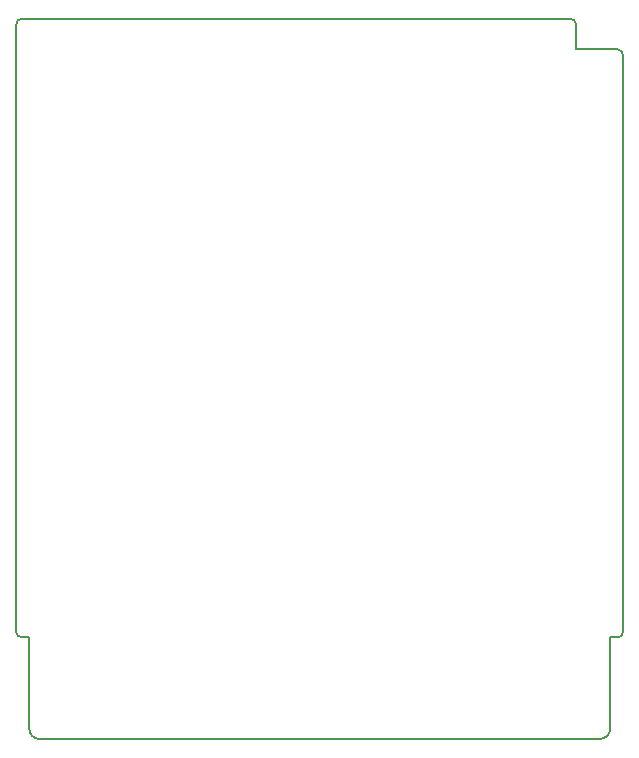
<source format=gbr>
G04 #@! TF.GenerationSoftware,KiCad,Pcbnew,5.1.2-f72e74a~84~ubuntu19.04.1*
G04 #@! TF.CreationDate,2019-06-20T20:29:00+03:00*
G04 #@! TF.ProjectId,GB-CART2M-A,47422d43-4152-4543-924d-2d412e6b6963,v1.1*
G04 #@! TF.SameCoordinates,Original*
G04 #@! TF.FileFunction,Paste,Bot*
G04 #@! TF.FilePolarity,Positive*
%FSLAX46Y46*%
G04 Gerber Fmt 4.6, Leading zero omitted, Abs format (unit mm)*
G04 Created by KiCad (PCBNEW 5.1.2-f72e74a~84~ubuntu19.04.1) date 2019-06-20 20:29:00*
%MOMM*%
%LPD*%
G04 APERTURE LIST*
%ADD10C,0.150000*%
G04 APERTURE END LIST*
D10*
X74800000Y-91400000D02*
G75*
G02X74300000Y-90900000I0J500000D01*
G01*
X74300000Y-39500000D02*
G75*
G02X74800000Y-39000000I500000J0D01*
G01*
X121200000Y-39000000D02*
G75*
G02X121700000Y-39500000I0J-500000D01*
G01*
X125200000Y-41600000D02*
G75*
G02X125700000Y-42100000I0J-500000D01*
G01*
X125700000Y-90900000D02*
G75*
G02X125200000Y-91400000I-500000J0D01*
G01*
X76300000Y-100000000D02*
G75*
G02X75400000Y-99100000I0J900000D01*
G01*
X124600000Y-99100000D02*
G75*
G02X123700000Y-100000000I-900000J0D01*
G01*
X121700000Y-39500000D02*
X121700000Y-41600000D01*
X74800000Y-39000000D02*
X121200000Y-39000000D01*
X125200000Y-41600000D02*
X121700000Y-41600000D01*
X74300000Y-90900000D02*
X74300000Y-39500000D01*
X75400000Y-91400000D02*
X74800000Y-91400000D01*
X75400000Y-99100000D02*
X75400000Y-91400000D01*
X125700000Y-90900000D02*
X125700000Y-42100000D01*
X124600000Y-91400000D02*
X125200000Y-91400000D01*
X124600000Y-99100000D02*
X124600000Y-91400000D01*
X76300000Y-100000000D02*
X123700000Y-100000000D01*
M02*

</source>
